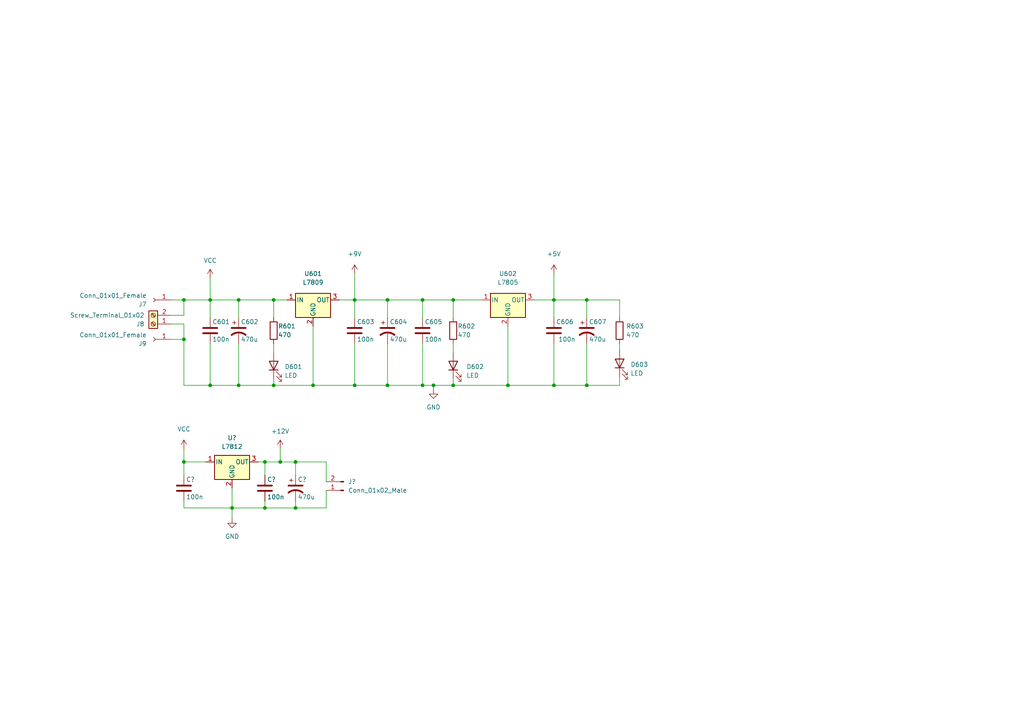
<source format=kicad_sch>
(kicad_sch (version 20211123) (generator eeschema)
  (paper "A4")
  (title_block (title "DRSSTC controller") (date "2023-03-07") (rev "0.2") (company "Politehnika"))
  (lib_symbols
    (symbol "Connector:Conn_01x01_Female" (pin_names (offset 1.016) hide)
      (property "Reference" "J" (at 0 2.54 0))
      (property "Value" "Conn_01x01_Female" (at 0 -2.54 0))
      (symbol "Conn_01x01_Female_1_1"
        (polyline (pts (xy -1.27 0) (xy -0.508 0)) (stroke (width 0.1524)))
        (arc (start 0 0.508) (mid -0.508 0) (end 0 -0.508) (stroke (width 0.1524)))
        (pin passive line (at -5.08 0 0) (length 3.81) (name "Pin_1") (number "1"))
      )
    )
    (symbol "Connector:Conn_01x02_Male" (pin_names (offset 1.016) hide)
      (property "Reference" "J" (at 0 2.54 0))
      (property "Value" "Conn_01x02_Male" (at 0 -5.08 0))
      (symbol "Conn_01x02_Male_1_1"
        (polyline (pts (xy 1.27 -2.54) (xy 0.8636 -2.54)) (stroke (width 0.1524)))
        (polyline (pts (xy 1.27 0) (xy 0.8636 0)) (stroke (width 0.1524)))
        (rectangle (start 0.8636 -2.413) (end 0 -2.667) (stroke (width 0.1524)) (fill (type outline)))
        (rectangle (start 0.8636 0.127) (end 0 -0.127) (stroke (width 0.1524)) (fill (type outline)))
        (pin passive line (at 5.08 0 180) (length 3.81) (name "Pin_1") (number "1"))
        (pin passive line (at 5.08 -2.54 180) (length 3.81) (name "Pin_2") (number "2"))
      )
    )
    (symbol "Connector:Screw_Terminal_01x02" (pin_names (offset 1.016) hide)
      (property "Reference" "J" (at 0 2.54 0))
      (property "Value" "Screw_Terminal_01x02" (at 0 -5.08 0))
      (symbol "Screw_Terminal_01x02_1_1"
        (rectangle (start -1.27 1.27) (end 1.27 -3.81) (stroke (width 0.254)) (fill (type background)))
        (circle (center 0 -2.54) (radius 0.635) (stroke (width 0.1524)))
        (polyline (pts (xy -0.5334 -2.2098) (xy 0.3302 -3.048)) (stroke (width 0.1524)))
        (polyline (pts (xy -0.5334 0.3302) (xy 0.3302 -0.508)) (stroke (width 0.1524)))
        (polyline (pts (xy -0.3556 -2.032) (xy 0.508 -2.8702)) (stroke (width 0.1524)))
        (polyline (pts (xy -0.3556 0.508) (xy 0.508 -0.3302)) (stroke (width 0.1524)))
        (circle (center 0 0) (radius 0.635) (stroke (width 0.1524)))
        (pin passive line (at -5.08 0 0) (length 3.81) (name "Pin_1") (number "1"))
        (pin passive line (at -5.08 -2.54 0) (length 3.81) (name "Pin_2") (number "2"))
      )
    )
    (symbol "Device:C" (pin_numbers hide) (pin_names (offset 0.254))
      (property "Reference" "C" (at 0.635 2.54 0))
      (property "Value" "C" (at 0.635 -2.54 0))
      (symbol "C_0_1"
        (polyline (pts (xy -2.032 -0.762) (xy 2.032 -0.762)) (stroke (width 0.508)))
        (polyline (pts (xy -2.032 0.762) (xy 2.032 0.762)) (stroke (width 0.508)))
      )
      (symbol "C_1_1"
        (pin passive line (at 0 3.81 270) (length 2.794) (name "~") (number "1"))
        (pin passive line (at 0 -3.81 90) (length 2.794) (name "~") (number "2"))
      )
    )
    (symbol "Device:C_Polarized_US" (pin_numbers hide) (pin_names (offset 0.254) hide)
      (property "Reference" "C" (at 0.635 2.54 0))
      (property "Value" "C_Polarized_US" (at 0.635 -2.54 0))
      (symbol "C_Polarized_US_0_1"
        (polyline (pts (xy -2.032 0.762) (xy 2.032 0.762)) (stroke (width 0.508)))
        (polyline (pts (xy -1.778 2.286) (xy -0.762 2.286)))
        (polyline (pts (xy -1.27 1.778) (xy -1.27 2.794)))
        (arc (start 2.032 -1.27) (mid 0 -0.5572) (end -2.032 -1.27) (stroke (width 0.508)))
      )
      (symbol "C_Polarized_US_1_1"
        (pin passive line (at 0 3.81 270) (length 2.794) (name "~") (number "1"))
        (pin passive line (at 0 -3.81 90) (length 3.302) (name "~") (number "2"))
      )
    )
    (symbol "Device:LED" (pin_numbers hide) (pin_names (offset 1.016) hide)
      (property "Reference" "D" (at 0 2.54 0))
      (property "Value" "LED" (at 0 -2.54 0))
      (symbol "LED_0_1"
        (polyline (pts (xy -1.27 -1.27) (xy -1.27 1.27)) (stroke (width 0.254)))
        (polyline (pts (xy -1.27 0) (xy 1.27 0)))
        (polyline (pts (xy 1.27 -1.27) (xy 1.27 1.27) (xy -1.27 0) (xy 1.27 -1.27)) (stroke (width 0.254)))
        (polyline (pts (xy -3.048 -0.762) (xy -4.572 -2.286) (xy -3.81 -2.286) (xy -4.572 -2.286) (xy -4.572 -1.524)))
        (polyline (pts (xy -1.778 -0.762) (xy -3.302 -2.286) (xy -2.54 -2.286) (xy -3.302 -2.286) (xy -3.302 -1.524)))
      )
      (symbol "LED_1_1"
        (pin passive line (at -3.81 0 0) (length 2.54) (name "K") (number "1"))
        (pin passive line (at 3.81 0 180) (length 2.54) (name "A") (number "2"))
      )
    )
    (symbol "Device:R" (pin_numbers hide) (pin_names (offset 0))
      (property "Reference" "R" (at 2.032 0 90))
      (property "Value" "R" (at 0 0 90))
      (symbol "R_0_1"
        (rectangle (start -1.016 -2.54) (end 1.016 2.54) (stroke (width 0.254)))
      )
      (symbol "R_1_1"
        (pin passive line (at 0 3.81 270) (length 1.27) (name "~") (number "1"))
        (pin passive line (at 0 -3.81 90) (length 1.27) (name "~") (number "2"))
      )
    )
    (symbol "Regulator_Linear:L7805" (pin_names (offset 0.254))
      (property "Reference" "U" (at -3.81 3.175 0))
      (property "Value" "L7805" (at 0 3.175 0))
      (symbol "L7805_0_1"
        (rectangle (start -5.08 1.905) (end 5.08 -5.08) (stroke (width 0.254)) (fill (type background)))
      )
      (symbol "L7805_1_1"
        (pin power_in line (at -7.62 0 0) (length 2.54) (name "IN") (number "1"))
        (pin power_in line (at 0 -7.62 90) (length 2.54) (name "GND") (number "2"))
        (pin power_out line (at 7.62 0 180) (length 2.54) (name "OUT") (number "3"))
      )
    )
    (symbol "Regulator_Linear:L7809" (pin_names (offset 0.254))
      (property "Reference" "U" (at -3.81 3.175 0))
      (property "Value" "L7809" (at 0 3.175 0))
      (symbol "L7809_0_1"
        (rectangle (start -5.08 1.905) (end 5.08 -5.08) (stroke (width 0.254)) (fill (type background)))
      )
      (symbol "L7809_1_1"
        (pin power_in line (at -7.62 0 0) (length 2.54) (name "IN") (number "1"))
        (pin power_in line (at 0 -7.62 90) (length 2.54) (name "GND") (number "2"))
        (pin power_out line (at 7.62 0 180) (length 2.54) (name "OUT") (number "3"))
      )
    )
    (symbol "Regulator_Linear:L7812" (pin_names (offset 0.254))
      (property "Reference" "U" (at -3.81 3.175 0))
      (property "Value" "L7812" (at 0 3.175 0))
      (symbol "L7812_0_1"
        (rectangle (start -5.08 1.905) (end 5.08 -5.08) (stroke (width 0.254)) (fill (type background)))
      )
      (symbol "L7812_1_1"
        (pin power_in line (at -7.62 0 0) (length 2.54) (name "IN") (number "1"))
        (pin power_in line (at 0 -7.62 90) (length 2.54) (name "GND") (number "2"))
        (pin power_out line (at 7.62 0 180) (length 2.54) (name "OUT") (number "3"))
      )
    )
    (symbol "power:+12V" (power) (pin_names (offset 0))
      (property "Value" "+12V" (at 0 3.556 0))
      (symbol "+12V_0_1"
        (polyline (pts (xy -0.762 1.27) (xy 0 2.54)))
        (polyline (pts (xy 0 0) (xy 0 2.54)))
        (polyline (pts (xy 0 2.54) (xy 0.762 1.27)))
      )
      (symbol "+12V_1_1"
        (pin power_in line (at 0 0 90) (length 0) hide (name "+12V") (number "1"))
      )
    )
    (symbol "power:+5V" (power) (pin_names (offset 0))
      (property "Value" "+5V" (at 0 3.556 0))
      (symbol "+5V_0_1"
        (polyline (pts (xy -0.762 1.27) (xy 0 2.54)))
        (polyline (pts (xy 0 0) (xy 0 2.54)))
        (polyline (pts (xy 0 2.54) (xy 0.762 1.27)))
      )
      (symbol "+5V_1_1"
        (pin power_in line (at 0 0 90) (length 0) hide (name "+5V") (number "1"))
      )
    )
    (symbol "power:+9V" (power) (pin_names (offset 0))
      (property "Value" "+9V" (at 0 3.556 0))
      (symbol "+9V_0_1"
        (polyline (pts (xy -0.762 1.27) (xy 0 2.54)))
        (polyline (pts (xy 0 0) (xy 0 2.54)))
        (polyline (pts (xy 0 2.54) (xy 0.762 1.27)))
      )
      (symbol "+9V_1_1"
        (pin power_in line (at 0 0 90) (length 0) hide (name "+9V") (number "1"))
      )
    )
    (symbol "power:GND" (power) (pin_names (offset 0))
      (property "Value" "GND" (at 0 -3.81 0))
      (symbol "GND_0_1"
        (polyline (pts (xy 0 0) (xy 0 -1.27) (xy 1.27 -1.27) (xy 0 -2.54) (xy -1.27 -1.27) (xy 0 -1.27)))
      )
      (symbol "GND_1_1"
        (pin power_in line (at 0 0 270) (length 0) hide (name "GND") (number "1"))
      )
    )
    (symbol "power:VCC" (power) (pin_names (offset 0))
      (property "Value" "VCC" (at 0 3.81 0))
      (symbol "VCC_0_1"
        (polyline (pts (xy -0.762 1.27) (xy 0 2.54)))
        (polyline (pts (xy 0 0) (xy 0 2.54)))
        (polyline (pts (xy 0 2.54) (xy 0.762 1.27)))
      )
      (symbol "VCC_1_1"
        (pin power_in line (at 0 0 90) (length 0) hide (name "VCC") (number "1"))
      )
    )
  )
  (junction (at 122.555 86.995))
  (junction (at 102.87 86.995))
  (junction (at 60.96 86.995))
  (junction (at 147.32 111.76))
  (junction (at 69.215 86.995))
  (junction (at 122.555 111.76))
  (junction (at 53.34 133.985))
  (junction (at 125.73 111.76))
  (junction (at 85.725 147.32))
  (junction (at 76.835 133.985))
  (junction (at 160.655 111.76))
  (junction (at 85.725 133.985))
  (junction (at 53.34 86.995))
  (junction (at 160.655 86.995))
  (junction (at 76.835 147.32))
  (junction (at 112.395 86.995))
  (junction (at 102.87 111.76))
  (junction (at 53.34 98.425))
  (junction (at 79.375 86.995))
  (junction (at 90.805 111.76))
  (junction (at 79.375 111.76))
  (junction (at 170.18 86.995))
  (junction (at 170.18 111.76))
  (junction (at 69.215 111.76))
  (junction (at 131.445 111.76))
  (junction (at 67.31 147.32))
  (junction (at 81.28 133.985))
  (junction (at 112.395 111.76))
  (junction (at 60.96 111.76))
  (junction (at 131.445 86.995))
  (wire (pts (xy 49.53 93.98) (xy 53.34 93.98)))
  (wire (pts (xy 147.32 94.615) (xy 147.32 111.76)))
  (wire (pts (xy 94.615 142.24) (xy 94.615 147.32)))
  (wire (pts (xy 170.18 99.695) (xy 170.18 111.76)))
  (wire (pts (xy 160.655 86.995) (xy 154.94 86.995)))
  (wire (pts (xy 81.28 133.985) (xy 76.835 133.985)))
  (wire (pts (xy 112.395 111.76) (xy 102.87 111.76)))
  (wire (pts (xy 53.34 93.98) (xy 53.34 98.425)))
  (wire (pts (xy 170.18 86.995) (xy 160.655 86.995)))
  (wire (pts (xy 90.805 111.76) (xy 79.375 111.76)))
  (wire (pts (xy 179.705 99.695) (xy 179.705 101.6)))
  (wire (pts (xy 94.615 147.32) (xy 85.725 147.32)))
  (wire (pts (xy 53.34 147.32) (xy 67.31 147.32)))
  (wire (pts (xy 90.805 94.615) (xy 90.805 111.76)))
  (wire (pts (xy 79.375 111.76) (xy 79.375 109.855)))
  (wire (pts (xy 53.34 98.425) (xy 49.53 98.425)))
  (wire (pts (xy 49.53 86.995) (xy 53.34 86.995)))
  (wire (pts (xy 67.31 147.32) (xy 67.31 150.495)))
  (wire (pts (xy 67.31 141.605) (xy 67.31 147.32)))
  (wire (pts (xy 53.34 98.425) (xy 53.34 111.76)))
  (wire (pts (xy 60.96 86.995) (xy 69.215 86.995)))
  (wire (pts (xy 131.445 99.695) (xy 131.445 102.235)))
  (wire (pts (xy 131.445 86.995) (xy 131.445 92.075)))
  (wire (pts (xy 53.34 133.985) (xy 59.69 133.985)))
  (wire (pts (xy 85.725 145.415) (xy 85.725 147.32)))
  (wire (pts (xy 49.53 91.44) (xy 53.34 91.44)))
  (wire (pts (xy 53.34 86.995) (xy 53.34 91.44)))
  (wire (pts (xy 122.555 86.995) (xy 122.555 92.075)))
  (wire (pts (xy 53.34 130.175) (xy 53.34 133.985)))
  (wire (pts (xy 94.615 133.985) (xy 85.725 133.985)))
  (wire (pts (xy 53.34 133.985) (xy 53.34 137.795)))
  (wire (pts (xy 102.87 79.375) (xy 102.87 86.995)))
  (wire (pts (xy 69.215 111.76) (xy 79.375 111.76)))
  (wire (pts (xy 98.425 86.995) (xy 102.87 86.995)))
  (wire (pts (xy 102.87 111.76) (xy 90.805 111.76)))
  (wire (pts (xy 160.655 79.375) (xy 160.655 86.995)))
  (wire (pts (xy 76.835 145.415) (xy 76.835 147.32)))
  (wire (pts (xy 170.18 92.075) (xy 170.18 86.995)))
  (wire (pts (xy 53.34 111.76) (xy 60.96 111.76)))
  (wire (pts (xy 131.445 109.855) (xy 131.445 111.76)))
  (wire (pts (xy 69.215 86.995) (xy 79.375 86.995)))
  (wire (pts (xy 102.87 86.995) (xy 102.87 92.075)))
  (wire (pts (xy 122.555 111.76) (xy 125.73 111.76)))
  (wire (pts (xy 112.395 86.995) (xy 122.555 86.995)))
  (wire (pts (xy 125.73 111.76) (xy 125.73 113.03)))
  (wire (pts (xy 179.705 86.995) (xy 170.18 86.995)))
  (wire (pts (xy 85.725 147.32) (xy 76.835 147.32)))
  (wire (pts (xy 112.395 111.76) (xy 122.555 111.76)))
  (wire (pts (xy 79.375 86.995) (xy 83.185 86.995)))
  (wire (pts (xy 170.18 111.76) (xy 179.705 111.76)))
  (wire (pts (xy 147.32 111.76) (xy 131.445 111.76)))
  (wire (pts (xy 69.215 99.695) (xy 69.215 111.76)))
  (wire (pts (xy 69.215 86.995) (xy 69.215 92.075)))
  (wire (pts (xy 79.375 99.695) (xy 79.375 102.235)))
  (wire (pts (xy 94.615 139.7) (xy 94.615 133.985)))
  (wire (pts (xy 53.34 86.995) (xy 60.96 86.995)))
  (wire (pts (xy 85.725 137.795) (xy 85.725 133.985)))
  (wire (pts (xy 60.96 86.995) (xy 60.96 92.075)))
  (wire (pts (xy 79.375 86.995) (xy 79.375 92.075)))
  (wire (pts (xy 125.73 111.76) (xy 131.445 111.76)))
  (wire (pts (xy 112.395 99.695) (xy 112.395 111.76)))
  (wire (pts (xy 160.655 99.695) (xy 160.655 111.76)))
  (wire (pts (xy 179.705 92.075) (xy 179.705 86.995)))
  (wire (pts (xy 81.28 130.175) (xy 81.28 133.985)))
  (wire (pts (xy 60.96 80.645) (xy 60.96 86.995)))
  (wire (pts (xy 53.34 145.415) (xy 53.34 147.32)))
  (wire (pts (xy 112.395 86.995) (xy 112.395 92.075)))
  (wire (pts (xy 131.445 86.995) (xy 139.7 86.995)))
  (wire (pts (xy 102.87 99.695) (xy 102.87 111.76)))
  (wire (pts (xy 102.87 86.995) (xy 112.395 86.995)))
  (wire (pts (xy 122.555 99.695) (xy 122.555 111.76)))
  (wire (pts (xy 160.655 111.76) (xy 170.18 111.76)))
  (wire (pts (xy 122.555 86.995) (xy 131.445 86.995)))
  (wire (pts (xy 179.705 109.22) (xy 179.705 111.76)))
  (wire (pts (xy 60.96 99.695) (xy 60.96 111.76)))
  (wire (pts (xy 81.28 133.985) (xy 85.725 133.985)))
  (wire (pts (xy 160.655 92.075) (xy 160.655 86.995)))
  (wire (pts (xy 76.835 133.985) (xy 74.93 133.985)))
  (wire (pts (xy 160.655 111.76) (xy 147.32 111.76)))
  (wire (pts (xy 76.835 137.795) (xy 76.835 133.985)))
  (wire (pts (xy 60.96 111.76) (xy 69.215 111.76)))
  (wire (pts (xy 76.835 147.32) (xy 67.31 147.32)))
  (symbol (lib_id "Device:C") (at 122.555 95.885 0) (unit 1)
    (property "Reference" "C605" (at 123.19 93.345 0) (effects (justify left)))
    (property "Value" "100n" (at 123.19 98.425 0) (effects (justify left)))
    (property "Footprint" "Capacitor_SMD:C_0805_2012Metric" (effects hide))
  )
  (symbol (lib_id "Device:R") (at 131.445 95.885 0) (unit 1)
    (property "Reference" "R602" (at 132.715 94.615 0) (effects (justify left)))
    (property "Value" "470" (at 132.715 97.155 0) (effects (justify left)))
    (property "Footprint" "Resistor_SMD:R_0805_2012Metric" (effects hide))
  )
  (symbol (lib_id "power:VCC") (at 53.34 130.175 0) (unit 1)
    (property "Reference" "#PWR?" (effects hide))
    (property "Value" "VCC" (at 53.34 124.46 0))
  )
  (symbol (lib_id "Device:C") (at 76.835 141.605 0) (unit 1)
    (property "Reference" "C?" (at 77.47 139.065 0) (effects (justify left)))
    (property "Value" "100n" (at 77.47 144.145 0) (effects (justify left)))
    (property "Footprint" "Capacitor_SMD:C_0805_2012Metric" (effects hide))
  )
  (symbol (lib_id "Connector:Conn_01x02_Male") (at 99.695 142.24 180) (unit 1)
    (property "Reference" "J?" (at 100.965 139.6999 0) (effects (justify right)))
    (property "Value" "Conn_01x02_Male" (at 100.965 142.2399 0) (effects (justify right)))
  )
  (symbol (lib_id "Device:C") (at 160.655 95.885 0) (unit 1)
    (property "Reference" "C606" (at 161.29 93.345 0) (effects (justify left)))
    (property "Value" "100n" (at 161.925 98.425 0) (effects (justify left)))
    (property "Footprint" "Capacitor_SMD:C_0805_2012Metric" (effects hide))
  )
  (symbol (lib_id "power:GND") (at 125.73 113.03 0) (unit 1)
    (property "Reference" "#PWR0101" (effects hide))
    (property "Value" "GND" (at 125.73 118.11 0))
  )
  (symbol (lib_id "Device:C") (at 60.96 95.885 0) (unit 1)
    (property "Reference" "C601" (at 61.595 93.345 0) (effects (justify left)))
    (property "Value" "100n" (at 61.595 98.425 0) (effects (justify left)))
    (property "Footprint" "Capacitor_SMD:C_0805_2012Metric" (effects hide))
  )
  (symbol (lib_id "power:+12V") (at 81.28 130.175 0) (unit 1)
    (property "Reference" "#PWR?" (effects hide))
    (property "Value" "+12V" (at 81.28 125.095 0))
  )
  (symbol (lib_id "Device:C_Polarized_US") (at 69.215 95.885 0) (unit 1)
    (property "Reference" "C602" (at 69.85 93.345 0) (effects (justify left)))
    (property "Value" "470u" (at 69.85 98.425 0) (effects (justify left)))
    (property "Footprint" "Capacitor_THT:CP_Radial_D5.0mm_P2.50mm" (effects hide))
  )
  (symbol (lib_id "Device:R") (at 179.705 95.885 0) (unit 1)
    (property "Reference" "R603" (at 181.61 94.615 0) (effects (justify left)))
    (property "Value" "470" (at 181.61 97.155 0) (effects (justify left)))
    (property "Footprint" "Resistor_SMD:R_0805_2012Metric" (effects hide))
  )
  (symbol (lib_id "Connector:Conn_01x01_Female") (at 44.45 86.995 180) (unit 1)
    (property "Reference" "J7" (at 42.545 88.2651 0) (effects (justify left)))
    (property "Value" "Conn_01x01_Female" (at 42.545 85.7251 0) (effects (justify left)))
    (property "Footprint" "Connector_PinHeader_2.54mm:PinHeader_1x01_P2.54mm_Vertical" (effects hide))
  )
  (symbol (lib_id "Device:C") (at 102.87 95.885 0) (unit 1)
    (property "Reference" "C603" (at 103.505 93.345 0) (effects (justify left)))
    (property "Value" "100n" (at 103.505 98.425 0) (effects (justify left)))
    (property "Footprint" "Capacitor_SMD:C_0805_2012Metric" (effects hide))
  )
  (symbol (lib_id "Device:C_Polarized_US") (at 85.725 141.605 0) (unit 1)
    (property "Reference" "C?" (at 86.36 139.065 0) (effects (justify left)))
    (property "Value" "470u" (at 86.36 144.145 0) (effects (justify left)))
    (property "Footprint" "Capacitor_THT:CP_Radial_D5.0mm_P2.50mm" (effects hide))
  )
  (symbol (lib_id "power:VCC") (at 60.96 80.645 0) (unit 1)
    (property "Reference" "#PWR0601" (effects hide))
    (property "Value" "VCC" (at 60.96 75.565 0))
  )
  (symbol (lib_id "power:GND") (at 67.31 150.495 0) (unit 1)
    (property "Reference" "#PWR?" (effects hide))
    (property "Value" "GND" (at 67.31 155.575 0))
  )
  (symbol (lib_id "Device:C_Polarized_US") (at 112.395 95.885 0) (unit 1)
    (property "Reference" "C604" (at 113.03 93.345 0) (effects (justify left)))
    (property "Value" "470u" (at 113.03 98.425 0) (effects (justify left)))
    (property "Footprint" "Capacitor_THT:CP_Radial_D5.0mm_P2.50mm" (effects hide))
  )
  (symbol (lib_id "power:+9V") (at 102.87 79.375 0) (unit 1)
    (property "Reference" "#PWR0602" (effects hide))
    (property "Value" "+9V" (at 102.87 73.66 0))
  )
  (symbol (lib_id "Connector:Conn_01x01_Female") (at 44.45 98.425 180) (unit 1)
    (property "Reference" "J9" (at 42.545 99.6951 0) (effects (justify left)))
    (property "Value" "Conn_01x01_Female" (at 42.545 97.1551 0) (effects (justify left)))
    (property "Footprint" "Connector_PinHeader_2.54mm:PinHeader_1x01_P2.54mm_Vertical" (effects hide))
  )
  (symbol (lib_id "Device:C") (at 53.34 141.605 0) (unit 1)
    (property "Reference" "C?" (at 53.975 139.065 0) (effects (justify left)))
    (property "Value" "100n" (at 53.975 144.145 0) (effects (justify left)))
    (property "Footprint" "Capacitor_SMD:C_0805_2012Metric" (effects hide))
  )
  (symbol (lib_id "Regulator_Linear:L7809") (at 90.805 86.995 0) (unit 1)
    (property "Reference" "U601" (at 90.805 79.375 0))
    (property "Value" "L7809" (at 90.805 81.915 0))
    (property "Footprint" "Package_TO_SOT_SMD:TO-252-2" (effects hide))
    (property "Datasheet" "http://www.st.com/content/ccc/resource/technical/document/datasheet/41/4f/b3/b0/12/d4/47/88/CD00000444.pdf/files/CD00000444.pdf/jcr:content/translations/en.CD00000444.pdf" (effects hide))
  )
  (symbol (lib_id "Device:R") (at 79.375 95.885 0) (unit 1)
    (property "Reference" "R601" (at 80.645 94.615 0) (effects (justify left)))
    (property "Value" "470" (at 80.645 97.155 0) (effects (justify left)))
    (property "Footprint" "Resistor_SMD:R_0805_2012Metric" (effects hide))
  )
  (symbol (lib_id "Device:LED") (at 179.705 105.41 90) (unit 1)
    (property "Reference" "D603" (at 182.88 105.7274 90) (effects (justify right)))
    (property "Value" "LED" (at 182.88 108.2674 90) (effects (justify right)))
    (property "Footprint" "LED_SMD:LED_0805_2012Metric" (effects hide))
  )
  (symbol (lib_id "Device:C_Polarized_US") (at 170.18 95.885 0) (unit 1)
    (property "Reference" "C607" (at 170.815 93.345 0) (effects (justify left)))
    (property "Value" "470u" (at 170.815 98.425 0) (effects (justify left)))
    (property "Footprint" "Capacitor_THT:CP_Radial_D5.0mm_P2.50mm" (effects hide))
  )
  (symbol (lib_id "Regulator_Linear:L7805") (at 147.32 86.995 0) (unit 1)
    (property "Reference" "U602" (at 147.32 79.375 0))
    (property "Value" "L7805" (at 147.32 81.915 0))
    (property "Footprint" "Package_TO_SOT_SMD:TO-252-2" (effects hide))
    (property "Datasheet" "http://www.st.com/content/ccc/resource/technical/document/datasheet/41/4f/b3/b0/12/d4/47/88/CD00000444.pdf/files/CD00000444.pdf/jcr:content/translations/en.CD00000444.pdf" (effects hide))
  )
  (symbol (lib_id "Device:LED") (at 131.445 106.045 90) (unit 1)
    (property "Reference" "D602" (at 135.255 106.3624 90) (effects (justify right)))
    (property "Value" "LED" (at 135.255 108.9024 90) (effects (justify right)))
    (property "Footprint" "LED_SMD:LED_0805_2012Metric" (effects hide))
  )
  (symbol (lib_id "Device:LED") (at 79.375 106.045 90) (unit 1)
    (property "Reference" "D601" (at 82.55 106.3624 90) (effects (justify right)))
    (property "Value" "LED" (at 82.55 108.9024 90) (effects (justify right)))
    (property "Footprint" "LED_SMD:LED_0805_2012Metric" (effects hide))
  )
  (symbol (lib_id "Regulator_Linear:L7812") (at 67.31 133.985 0) (unit 1)
    (property "Reference" "U?" (at 67.31 127 0))
    (property "Value" "L7812" (at 67.31 129.54 0))
    (property "Datasheet" "http://www.st.com/content/ccc/resource/technical/document/datasheet/41/4f/b3/b0/12/d4/47/88/CD00000444.pdf/files/CD00000444.pdf/jcr:content/translations/en.CD00000444.pdf" (effects hide))
  )
  (symbol (lib_id "Connector:Screw_Terminal_01x02") (at 44.45 93.98 180) (unit 1)
    (property "Reference" "J8" (at 41.91 93.9801 0) (effects (justify left)))
    (property "Value" "Screw_Terminal_01x02" (at 41.91 91.4401 0) (effects (justify left)))
    (property "Footprint" "TerminalBlock_Phoenix:TerminalBlock_Phoenix_PT-1,5-2-3.5-H_1x02_P3.50mm_Horizontal" (effects hide))
  )
  (symbol (lib_id "power:+5V") (at 160.655 79.375 0) (unit 1)
    (property "Reference" "#PWR0603" (effects hide))
    (property "Value" "+5V" (at 160.655 73.66 0))
  )
)
</source>
